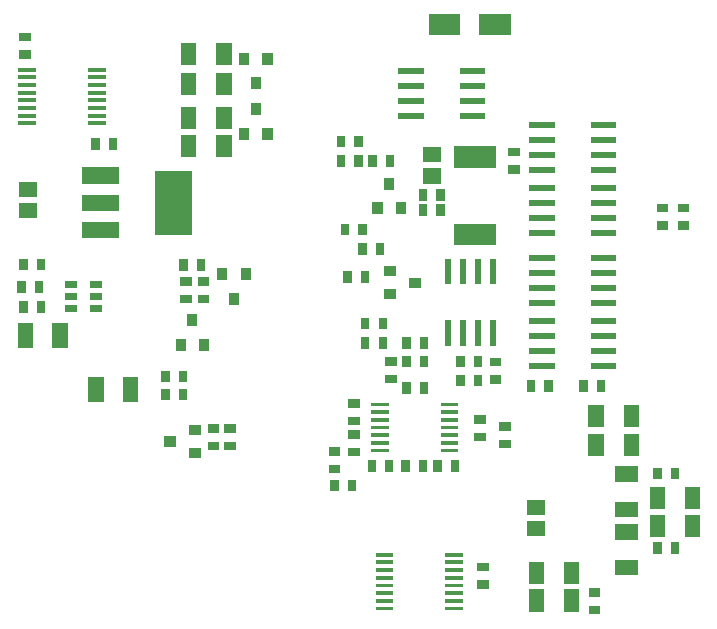
<source format=gbr>
G04 start of page 11 for group -4014 idx -4014 *
G04 Title: (unknown), bottompaste *
G04 Creator: pcb 1.99z *
G04 CreationDate: Thu 09 Sep 2010 15:44:30 GMT UTC *
G04 For: rbarlow *
G04 Format: Gerber/RS-274X *
G04 PCB-Dimensions: 236220 263780 *
G04 PCB-Coordinate-Origin: lower left *
%MOIN*%
%FSLAX25Y25*%
%LNBACKPASTE*%
%ADD25R,0.0283X0.0283*%
%ADD29R,0.0200X0.0200*%
%ADD30R,0.0530X0.0530*%
%ADD31R,0.0512X0.0512*%
%ADD32R,0.0340X0.0340*%
%ADD44R,0.0689X0.0689*%
%ADD45R,0.0709X0.0709*%
%ADD46R,0.0240X0.0240*%
%ADD47R,0.0560X0.0560*%
%ADD48R,0.0130X0.0130*%
%ADD49R,0.1220X0.1220*%
G54D25*X68217Y89567D02*X69185D01*
X68217Y83733D02*X69185D01*
X73729Y89567D02*X74697D01*
X73729Y83733D02*X74697D01*
X64870Y132749D02*X65838D01*
X64870Y138583D02*X65838D01*
X58858Y144579D02*Y143611D01*
X64692Y144579D02*Y143611D01*
G54D32*X62298Y89174D02*X62898D01*
X62298Y81374D02*X62898D01*
X54098Y85274D02*X54698D01*
G54D25*X59162Y132749D02*X60130D01*
X59162Y138583D02*X60130D01*
X58590Y107374D02*Y106406D01*
X52756Y107374D02*Y106406D01*
X58590Y101470D02*Y100502D01*
X52756Y101470D02*Y100502D01*
X10558Y137296D02*Y136328D01*
X4724Y137296D02*Y136328D01*
X5511Y130604D02*Y129636D01*
X11345Y130604D02*Y129636D01*
X5387Y144776D02*Y143808D01*
X11221Y144776D02*Y143808D01*
X35236Y184933D02*Y183965D01*
X29402Y184933D02*Y183965D01*
X5422Y220079D02*X6390D01*
X5422Y214245D02*X6390D01*
X224910Y163118D02*X225878D01*
X224910Y157284D02*X225878D01*
X138905Y112492D02*Y111524D01*
X133071Y112492D02*Y111524D01*
X218020Y163189D02*X218988D01*
X218020Y157355D02*X218988D01*
X162311Y105978D02*X163279D01*
X162311Y111812D02*X163279D01*
X138583Y77651D02*Y76683D01*
X132749Y77651D02*Y76683D01*
X151056Y106195D02*Y105227D01*
X156890Y106195D02*Y105227D01*
X138905Y118596D02*Y117628D01*
X133071Y118596D02*Y117628D01*
X125197Y118596D02*Y117628D01*
X119363Y118596D02*Y117628D01*
X125197Y125093D02*Y124125D01*
X119363Y125093D02*Y124125D01*
X119291Y140643D02*Y139675D01*
X113457Y140643D02*Y139675D01*
X127684Y179226D02*Y178258D01*
X121850Y179226D02*Y178258D01*
X151056Y112494D02*Y111526D01*
X156890Y112494D02*Y111526D01*
X157193Y86813D02*X158161D01*
X157193Y92647D02*X158161D01*
X143504Y77651D02*Y76683D01*
X149338Y77651D02*Y76683D01*
X115067Y98033D02*X116035D01*
X115067Y92199D02*X116035D01*
X165461Y84451D02*X166429D01*
X165461Y90285D02*X166429D01*
X108571Y82017D02*X109539D01*
X108571Y76183D02*X109539D01*
X115067Y81766D02*X116035D01*
X115067Y87600D02*X116035D01*
X124338Y149895D02*Y148927D01*
X118504Y149895D02*Y148927D01*
X138975Y103635D02*Y102667D01*
X133141Y103635D02*Y102667D01*
X117126Y179226D02*Y178258D01*
X111292Y179226D02*Y178258D01*
X127362Y77651D02*Y76683D01*
X121528Y77651D02*Y76683D01*
X118504Y156391D02*Y155423D01*
X112670Y156391D02*Y155423D01*
X138583Y168006D02*Y167038D01*
X144417Y168006D02*Y167038D01*
X138582Y162887D02*Y161919D01*
X144416Y162887D02*Y161919D01*
X127469Y111938D02*X128437D01*
X127469Y106104D02*X128437D01*
X114889Y71155D02*Y70187D01*
X109055Y71155D02*Y70187D01*
X168414Y181820D02*X169382D01*
X168414Y175986D02*X169382D01*
X180512Y104226D02*Y103258D01*
X174678Y104226D02*Y103258D01*
X192126Y104226D02*Y103258D01*
X197960Y104226D02*Y103258D01*
X117126Y185722D02*Y184754D01*
X111292Y185722D02*Y184754D01*
X195382Y29207D02*X196350D01*
X195382Y35041D02*X196350D01*
X222566Y75092D02*Y74124D01*
X216732Y75092D02*Y74124D01*
X222566Y50289D02*Y49321D01*
X216732Y50289D02*Y49321D01*
X158177Y43506D02*X159145D01*
X158177Y37672D02*X159145D01*
G54D31*X6497Y162206D02*X7283D01*
X6497Y169292D02*X7283D01*
G54D47*X27812Y155766D02*X34412D01*
X27812Y164766D02*X34412D01*
X27812Y173866D02*X34412D01*
G54D49*X55512Y169266D02*Y160266D01*
G54D30*X29528Y104161D02*Y100961D01*
X41128Y104161D02*Y100961D01*
X17717Y122271D02*Y119071D01*
X6117Y122271D02*Y119071D01*
G54D32*X86774Y188165D02*Y187565D01*
X78974Y188165D02*Y187565D01*
X82874Y196365D02*Y195765D01*
G54D48*X4390Y191343D02*X8996D01*
X4390Y193902D02*X8996D01*
X4390Y196461D02*X8996D01*
X4390Y199020D02*X8996D01*
X4390Y201578D02*X8996D01*
X4390Y204137D02*X8996D01*
X4390Y206696D02*X8996D01*
X4390Y209255D02*X8996D01*
X27618D02*X32224D01*
X27618Y206696D02*X32224D01*
X27618Y204137D02*X32224D01*
X27618Y201578D02*X32224D01*
X27618Y199020D02*X32224D01*
X27618Y196461D02*X32224D01*
X27618Y193902D02*X32224D01*
X27618Y191343D02*X32224D01*
G54D32*X65632Y117778D02*Y117178D01*
X57832Y117778D02*Y117178D01*
X61732Y125978D02*Y125378D01*
X78974Y213226D02*Y212626D01*
X86774Y213226D02*Y212626D01*
X82874Y205026D02*Y204426D01*
G54D46*X28742Y137495D02*X30342D01*
X28742Y133595D02*X30342D01*
X28742Y129695D02*X30342D01*
X20542D02*X22142D01*
X20542Y133595D02*X22142D01*
X20542Y137495D02*X22142D01*
G54D32*X71727Y141444D02*Y140844D01*
X79527Y141444D02*Y140844D01*
X75627Y133244D02*Y132644D01*
G54D31*X60433Y194292D02*Y191930D01*
X72243Y194292D02*Y191930D01*
X60433Y185041D02*Y182679D01*
X72243Y185041D02*Y182679D01*
X60433Y215553D02*Y213191D01*
X72243Y215553D02*Y213191D01*
X60433Y205711D02*Y203349D01*
X72243Y205711D02*Y203349D01*
X175985Y56302D02*X176771D01*
X175985Y63388D02*X176771D01*
X208069Y94884D02*Y92522D01*
X196259Y94884D02*Y92522D01*
X208071Y85238D02*Y82876D01*
X196261Y85238D02*Y82876D01*
X228542Y67718D02*Y65356D01*
X216732Y67718D02*Y65356D01*
X188188Y42719D02*Y40357D01*
X176378Y42719D02*Y40357D01*
X188188Y33467D02*Y31105D01*
X176378Y33467D02*Y31105D01*
G54D29*X195569Y146301D02*X202069D01*
X195569Y141301D02*X202069D01*
X195569Y136301D02*X202069D01*
X195569Y131301D02*X202069D01*
X175069D02*X181569D01*
X175069Y136301D02*X181569D01*
X175069Y141301D02*X181569D01*
X175069Y146301D02*X181569D01*
X175069Y110435D02*X181569D01*
X175069Y115435D02*X181569D01*
X175069Y120435D02*X181569D01*
X175069Y125435D02*X181569D01*
X195569D02*X202069D01*
X195569Y120435D02*X202069D01*
X195569Y115435D02*X202069D01*
X195569Y110435D02*X202069D01*
X151915Y208918D02*X158415D01*
X151915Y203918D02*X158415D01*
X151915Y198918D02*X158415D01*
X151915Y193918D02*X158415D01*
X131415D02*X137915D01*
X131415Y198918D02*X137915D01*
X131415Y203918D02*X137915D01*
X131415Y208918D02*X137915D01*
X175069Y154923D02*X181569D01*
X175069Y159923D02*X181569D01*
X175069Y164923D02*X181569D01*
X175069Y169923D02*X181569D01*
X195569D02*X202069D01*
X195569Y164923D02*X202069D01*
X195569Y159923D02*X202069D01*
X195569Y154923D02*X202069D01*
X195569Y190789D02*X202069D01*
X195569Y185789D02*X202069D01*
X195569Y180789D02*X202069D01*
X195569Y175789D02*X202069D01*
X175069D02*X181569D01*
X175069Y180789D02*X181569D01*
X175069Y185789D02*X181569D01*
X175069Y190789D02*X181569D01*
G54D45*X152362Y154333D02*X159448D01*
X152362Y180121D02*X159448D01*
G54D44*X160827Y224213D02*X164370D01*
X143898D02*X147441D01*
G54D32*X131263Y163361D02*Y162761D01*
X123463Y163361D02*Y162761D01*
X127363Y171561D02*Y170961D01*
G54D48*X121907Y82283D02*X126513D01*
X121907Y84842D02*X126513D01*
X121907Y87401D02*X126513D01*
X121907Y89960D02*X126513D01*
X121907Y92519D02*X126513D01*
X121907Y95078D02*X126513D01*
X121907Y97637D02*X126513D01*
X145135D02*X149741D01*
X145135Y95078D02*X149741D01*
X145135Y92519D02*X149741D01*
X145135Y89960D02*X149741D01*
X145135Y87401D02*X149741D01*
X145135Y84842D02*X149741D01*
X145135Y82283D02*X149741D01*
G54D32*X127456Y134328D02*X128056D01*
X127456Y142128D02*X128056D01*
X135656Y138228D02*X136256D01*
G54D31*X141142Y173820D02*X141928D01*
X141142Y180906D02*X141928D01*
G54D29*X146811Y145181D02*Y138681D01*
X151811Y145181D02*Y138681D01*
X156811Y145181D02*Y138681D01*
X161811Y145181D02*Y138681D01*
Y124681D02*Y118181D01*
X156811Y124681D02*Y118181D01*
X151811Y124681D02*Y118181D01*
X146811Y124681D02*Y118181D01*
G54D31*X205315Y62600D02*X207677D01*
X205315Y74410D02*X207677D01*
X216732Y58269D02*Y55907D01*
X228542Y58269D02*Y55907D01*
G54D48*X146712Y47540D02*X151318D01*
X146712Y44981D02*X151318D01*
X146712Y42422D02*X151318D01*
X146712Y39863D02*X151318D01*
X146712Y37305D02*X151318D01*
X146712Y34746D02*X151318D01*
X146712Y32187D02*X151318D01*
X146712Y29628D02*X151318D01*
X123484D02*X128090D01*
X123484Y32187D02*X128090D01*
X123484Y34746D02*X128090D01*
X123484Y37305D02*X128090D01*
X123484Y39863D02*X128090D01*
X123484Y42422D02*X128090D01*
X123484Y44981D02*X128090D01*
X123484Y47540D02*X128090D01*
G54D31*X205315Y43310D02*X207677D01*
X205315Y55120D02*X207677D01*
M02*

</source>
